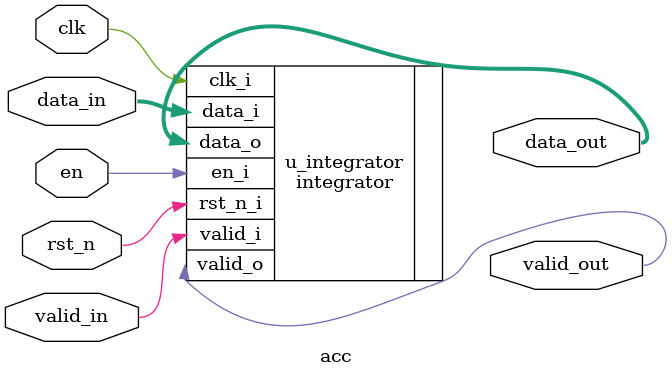
<source format=v>
module acc (
   
    input clk,
    input rst_n,

   
    input en,
    input signed [4:0] data_in,  // I_BW = 5
    input valid_in,

    
    output signed [7:0] data_out, // O_BW = 8
    output valid_out
);

    // Instantiating the parameterized integrator
    integrator #(
        .I_BW(5),   
        .O_BW(8)    
    ) u_integrator (
        .clk_i(clk),
        .rst_n_i(rst_n),
        .en_i(en),
        .data_i(data_in),
        .valid_i(valid_in),
        .data_o(data_out),
        .valid_o(valid_out)
    );

endmodule

</source>
